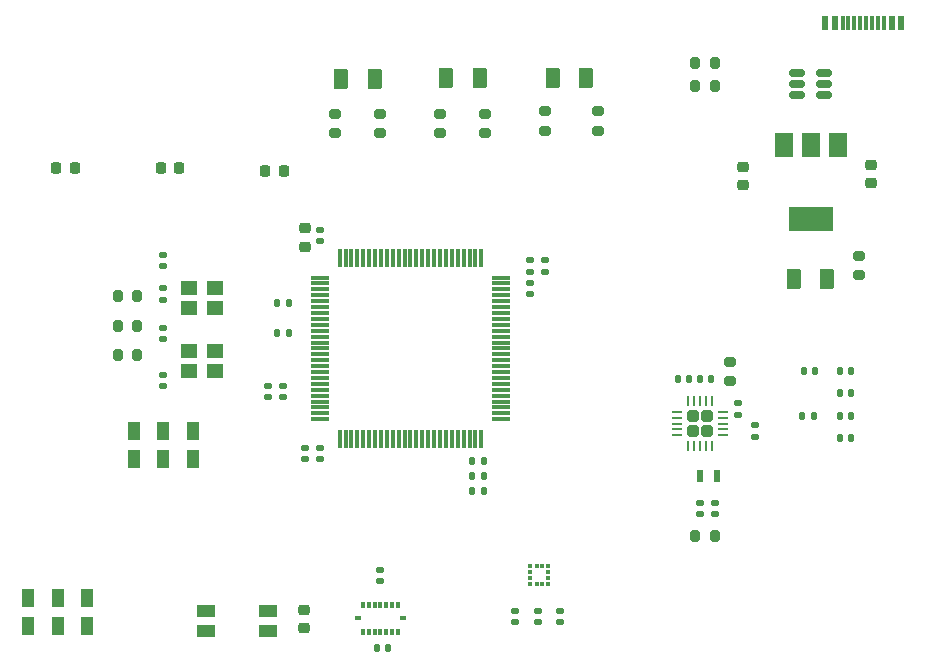
<source format=gbr>
%TF.GenerationSoftware,KiCad,Pcbnew,7.0.7*%
%TF.CreationDate,2023-09-06T20:36:42+03:00*%
%TF.ProjectId,apollo,61706f6c-6c6f-42e6-9b69-6361645f7063,rev?*%
%TF.SameCoordinates,Original*%
%TF.FileFunction,Paste,Top*%
%TF.FilePolarity,Positive*%
%FSLAX46Y46*%
G04 Gerber Fmt 4.6, Leading zero omitted, Abs format (unit mm)*
G04 Created by KiCad (PCBNEW 7.0.7) date 2023-09-06 20:36:42*
%MOMM*%
%LPD*%
G01*
G04 APERTURE LIST*
G04 Aperture macros list*
%AMRoundRect*
0 Rectangle with rounded corners*
0 $1 Rounding radius*
0 $2 $3 $4 $5 $6 $7 $8 $9 X,Y pos of 4 corners*
0 Add a 4 corners polygon primitive as box body*
4,1,4,$2,$3,$4,$5,$6,$7,$8,$9,$2,$3,0*
0 Add four circle primitives for the rounded corners*
1,1,$1+$1,$2,$3*
1,1,$1+$1,$4,$5*
1,1,$1+$1,$6,$7*
1,1,$1+$1,$8,$9*
0 Add four rect primitives between the rounded corners*
20,1,$1+$1,$2,$3,$4,$5,0*
20,1,$1+$1,$4,$5,$6,$7,0*
20,1,$1+$1,$6,$7,$8,$9,0*
20,1,$1+$1,$8,$9,$2,$3,0*%
G04 Aperture macros list end*
%ADD10RoundRect,0.140000X-0.170000X0.140000X-0.170000X-0.140000X0.170000X-0.140000X0.170000X0.140000X0*%
%ADD11RoundRect,0.200000X-0.275000X0.200000X-0.275000X-0.200000X0.275000X-0.200000X0.275000X0.200000X0*%
%ADD12RoundRect,0.225000X-0.250000X0.225000X-0.250000X-0.225000X0.250000X-0.225000X0.250000X0.225000X0*%
%ADD13RoundRect,0.140000X0.140000X0.170000X-0.140000X0.170000X-0.140000X-0.170000X0.140000X-0.170000X0*%
%ADD14R,0.600000X1.240000*%
%ADD15R,0.300000X1.240000*%
%ADD16R,0.600000X1.100000*%
%ADD17RoundRect,0.225000X-0.225000X-0.250000X0.225000X-0.250000X0.225000X0.250000X-0.225000X0.250000X0*%
%ADD18R,1.000000X1.600000*%
%ADD19RoundRect,0.200000X0.275000X-0.200000X0.275000X0.200000X-0.275000X0.200000X-0.275000X-0.200000X0*%
%ADD20RoundRect,0.140000X0.170000X-0.140000X0.170000X0.140000X-0.170000X0.140000X-0.170000X-0.140000X0*%
%ADD21RoundRect,0.075000X-0.725000X-0.075000X0.725000X-0.075000X0.725000X0.075000X-0.725000X0.075000X0*%
%ADD22RoundRect,0.075000X-0.075000X-0.725000X0.075000X-0.725000X0.075000X0.725000X-0.075000X0.725000X0*%
%ADD23RoundRect,0.140000X-0.140000X-0.170000X0.140000X-0.170000X0.140000X0.170000X-0.140000X0.170000X0*%
%ADD24RoundRect,0.250000X-0.375000X-0.625000X0.375000X-0.625000X0.375000X0.625000X-0.375000X0.625000X0*%
%ADD25RoundRect,0.147500X0.172500X-0.147500X0.172500X0.147500X-0.172500X0.147500X-0.172500X-0.147500X0*%
%ADD26R,1.400000X1.200000*%
%ADD27RoundRect,0.150000X-0.512500X-0.150000X0.512500X-0.150000X0.512500X0.150000X-0.512500X0.150000X0*%
%ADD28RoundRect,0.225000X0.250000X-0.225000X0.250000X0.225000X-0.250000X0.225000X-0.250000X-0.225000X0*%
%ADD29RoundRect,0.250000X-0.255000X-0.255000X0.255000X-0.255000X0.255000X0.255000X-0.255000X0.255000X0*%
%ADD30RoundRect,0.062500X-0.350000X-0.062500X0.350000X-0.062500X0.350000X0.062500X-0.350000X0.062500X0*%
%ADD31RoundRect,0.062500X-0.062500X-0.350000X0.062500X-0.350000X0.062500X0.350000X-0.062500X0.350000X0*%
%ADD32RoundRect,0.147500X-0.147500X-0.172500X0.147500X-0.172500X0.147500X0.172500X-0.147500X0.172500X0*%
%ADD33RoundRect,0.200000X0.200000X0.275000X-0.200000X0.275000X-0.200000X-0.275000X0.200000X-0.275000X0*%
%ADD34R,0.350000X0.590000*%
%ADD35R,0.590000X0.350000*%
%ADD36R,1.500000X2.000000*%
%ADD37R,3.800000X2.000000*%
%ADD38R,1.550000X1.000000*%
%ADD39RoundRect,0.200000X-0.200000X-0.275000X0.200000X-0.275000X0.200000X0.275000X-0.200000X0.275000X0*%
%ADD40RoundRect,0.250000X0.375000X0.625000X-0.375000X0.625000X-0.375000X-0.625000X0.375000X-0.625000X0*%
%ADD41R,0.375000X0.350000*%
%ADD42R,0.350000X0.375000*%
G04 APERTURE END LIST*
D10*
%TO.C,C30*%
X187080000Y-107032500D03*
X187080000Y-107992500D03*
%TD*%
%TO.C,C31*%
X188350000Y-107032500D03*
X188350000Y-107992500D03*
%TD*%
D11*
%TO.C,R15*%
X178435000Y-73915000D03*
X178435000Y-75565000D03*
%TD*%
D10*
%TO.C,C10*%
X141605000Y-92230000D03*
X141605000Y-93190000D03*
%TD*%
D12*
%TO.C,C13*%
X190730500Y-78600000D03*
X190730500Y-80150000D03*
%TD*%
D13*
%TO.C,C15*%
X168755000Y-106045000D03*
X167795000Y-106045000D03*
%TD*%
D14*
%TO.C,J2*%
X204090500Y-66450000D03*
X203290500Y-66450000D03*
D15*
X202640500Y-66450000D03*
X201640500Y-66450000D03*
X200140500Y-66450000D03*
X199140500Y-66450000D03*
D14*
X198490500Y-66450000D03*
X197690500Y-66450000D03*
X197690500Y-66450000D03*
X198490500Y-66450000D03*
D15*
X199640500Y-66450000D03*
X200640500Y-66450000D03*
X201140500Y-66450000D03*
X202140500Y-66450000D03*
D14*
X203290500Y-66450000D03*
X204090500Y-66450000D03*
%TD*%
D16*
%TO.C,Y3*%
X187080000Y-104817500D03*
X188480000Y-104817500D03*
%TD*%
D17*
%TO.C,C26*%
X150260000Y-78994000D03*
X151810000Y-78994000D03*
%TD*%
D18*
%TO.C,SW2*%
X144145000Y-103365000D03*
X141645000Y-103365000D03*
X139145000Y-103365000D03*
X144145000Y-100965000D03*
X141645000Y-100965000D03*
X139145000Y-100965000D03*
%TD*%
D13*
%TO.C,C33*%
X199870000Y-99695000D03*
X198910000Y-99695000D03*
%TD*%
D19*
%TO.C,R17*%
X160020000Y-75755000D03*
X160020000Y-74105000D03*
%TD*%
D11*
%TO.C,R13*%
X165100000Y-74105000D03*
X165100000Y-75755000D03*
%TD*%
D20*
%TO.C,C20*%
X160020000Y-113665000D03*
X160020000Y-112705000D03*
%TD*%
D21*
%TO.C,U1*%
X154885000Y-87980000D03*
X154885000Y-88480000D03*
X154885000Y-88980000D03*
X154885000Y-89480000D03*
X154885000Y-89980000D03*
X154885000Y-90480000D03*
X154885000Y-90980000D03*
X154885000Y-91480000D03*
X154885000Y-91980000D03*
X154885000Y-92480000D03*
X154885000Y-92980000D03*
X154885000Y-93480000D03*
X154885000Y-93980000D03*
X154885000Y-94480000D03*
X154885000Y-94980000D03*
X154885000Y-95480000D03*
X154885000Y-95980000D03*
X154885000Y-96480000D03*
X154885000Y-96980000D03*
X154885000Y-97480000D03*
X154885000Y-97980000D03*
X154885000Y-98480000D03*
X154885000Y-98980000D03*
X154885000Y-99480000D03*
X154885000Y-99980000D03*
D22*
X156560000Y-101655000D03*
X157060000Y-101655000D03*
X157560000Y-101655000D03*
X158060000Y-101655000D03*
X158560000Y-101655000D03*
X159060000Y-101655000D03*
X159560000Y-101655000D03*
X160060000Y-101655000D03*
X160560000Y-101655000D03*
X161060000Y-101655000D03*
X161560000Y-101655000D03*
X162060000Y-101655000D03*
X162560000Y-101655000D03*
X163060000Y-101655000D03*
X163560000Y-101655000D03*
X164060000Y-101655000D03*
X164560000Y-101655000D03*
X165060000Y-101655000D03*
X165560000Y-101655000D03*
X166060000Y-101655000D03*
X166560000Y-101655000D03*
X167060000Y-101655000D03*
X167560000Y-101655000D03*
X168060000Y-101655000D03*
X168560000Y-101655000D03*
D21*
X170235000Y-99980000D03*
X170235000Y-99480000D03*
X170235000Y-98980000D03*
X170235000Y-98480000D03*
X170235000Y-97980000D03*
X170235000Y-97480000D03*
X170235000Y-96980000D03*
X170235000Y-96480000D03*
X170235000Y-95980000D03*
X170235000Y-95480000D03*
X170235000Y-94980000D03*
X170235000Y-94480000D03*
X170235000Y-93980000D03*
X170235000Y-93480000D03*
X170235000Y-92980000D03*
X170235000Y-92480000D03*
X170235000Y-91980000D03*
X170235000Y-91480000D03*
X170235000Y-90980000D03*
X170235000Y-90480000D03*
X170235000Y-89980000D03*
X170235000Y-89480000D03*
X170235000Y-88980000D03*
X170235000Y-88480000D03*
X170235000Y-87980000D03*
D22*
X168560000Y-86305000D03*
X168060000Y-86305000D03*
X167560000Y-86305000D03*
X167060000Y-86305000D03*
X166560000Y-86305000D03*
X166060000Y-86305000D03*
X165560000Y-86305000D03*
X165060000Y-86305000D03*
X164560000Y-86305000D03*
X164060000Y-86305000D03*
X163560000Y-86305000D03*
X163060000Y-86305000D03*
X162560000Y-86305000D03*
X162060000Y-86305000D03*
X161560000Y-86305000D03*
X161060000Y-86305000D03*
X160560000Y-86305000D03*
X160060000Y-86305000D03*
X159560000Y-86305000D03*
X159060000Y-86305000D03*
X158560000Y-86305000D03*
X158060000Y-86305000D03*
X157560000Y-86305000D03*
X157060000Y-86305000D03*
X156560000Y-86305000D03*
%TD*%
D23*
%TO.C,C35*%
X198910000Y-97790000D03*
X199870000Y-97790000D03*
%TD*%
D20*
%TO.C,C14*%
X153670000Y-103350000D03*
X153670000Y-102390000D03*
%TD*%
D10*
%TO.C,C2*%
X172720000Y-86515000D03*
X172720000Y-87475000D03*
%TD*%
D17*
%TO.C,C25*%
X141433000Y-78740000D03*
X142983000Y-78740000D03*
%TD*%
D10*
%TO.C,33pF1*%
X141605000Y-96195000D03*
X141605000Y-97155000D03*
%TD*%
D13*
%TO.C,C34*%
X199870000Y-101600000D03*
X198910000Y-101600000D03*
%TD*%
D10*
%TO.C,C23*%
X173355000Y-116206250D03*
X173355000Y-117166250D03*
%TD*%
D11*
%TO.C,R1*%
X200560750Y-86154750D03*
X200560750Y-87804750D03*
%TD*%
D24*
%TO.C,D7*%
X156715000Y-71187000D03*
X159515000Y-71187000D03*
%TD*%
D20*
%TO.C,C1*%
X154940000Y-83960000D03*
X154940000Y-84920000D03*
%TD*%
D25*
%TO.C,L1*%
X191770000Y-101450000D03*
X191770000Y-100480000D03*
%TD*%
D13*
%TO.C,C5*%
X152245000Y-92710000D03*
X151285000Y-92710000D03*
%TD*%
D11*
%TO.C,R14*%
X173990000Y-73915000D03*
X173990000Y-75565000D03*
%TD*%
D26*
%TO.C,Y1*%
X143850000Y-90590000D03*
X146050000Y-90590000D03*
X146050000Y-88890000D03*
X143850000Y-88890000D03*
%TD*%
D27*
%TO.C,U4*%
X195308000Y-70665000D03*
X195308000Y-71615000D03*
X195308000Y-72565000D03*
X197583000Y-72565000D03*
X197583000Y-71615000D03*
X197583000Y-70665000D03*
%TD*%
D10*
%TO.C,C9*%
X141605000Y-86035000D03*
X141605000Y-86995000D03*
%TD*%
D28*
%TO.C,C12*%
X201525500Y-80010000D03*
X201525500Y-78460000D03*
%TD*%
D29*
%TO.C,U6*%
X186455000Y-99715000D03*
X186455000Y-100965000D03*
X187705000Y-99715000D03*
X187705000Y-100965000D03*
D30*
X185142500Y-99340000D03*
X185142500Y-99840000D03*
X185142500Y-100340000D03*
X185142500Y-100840000D03*
X185142500Y-101340000D03*
D31*
X186080000Y-102277500D03*
X186580000Y-102277500D03*
X187080000Y-102277500D03*
X187580000Y-102277500D03*
X188080000Y-102277500D03*
D30*
X189017500Y-101340000D03*
X189017500Y-100840000D03*
X189017500Y-100340000D03*
X189017500Y-99840000D03*
X189017500Y-99340000D03*
D31*
X188080000Y-98402500D03*
X187580000Y-98402500D03*
X187080000Y-98402500D03*
X186580000Y-98402500D03*
X186080000Y-98402500D03*
%TD*%
D32*
%TO.C,L2*%
X195730000Y-99695000D03*
X196700000Y-99695000D03*
%TD*%
D33*
%TO.C,R3*%
X188340000Y-69850000D03*
X186690000Y-69850000D03*
%TD*%
D11*
%TO.C,R16*%
X168910000Y-74105000D03*
X168910000Y-75755000D03*
%TD*%
D13*
%TO.C,C3*%
X152245000Y-90170000D03*
X151285000Y-90170000D03*
%TD*%
D20*
%TO.C,C6*%
X154940000Y-103350000D03*
X154940000Y-102390000D03*
%TD*%
D34*
%TO.C,U3*%
X161520000Y-118005000D03*
X161020000Y-118005000D03*
X160520000Y-118005000D03*
X160020000Y-118005000D03*
X159520000Y-118005000D03*
X159020000Y-118005000D03*
X158520000Y-118005000D03*
D35*
X158105000Y-116840000D03*
D34*
X158520000Y-115675000D03*
X159020000Y-115675000D03*
X159520000Y-115675000D03*
X160020000Y-115675000D03*
X160520000Y-115675000D03*
X161020000Y-115675000D03*
X161520000Y-115675000D03*
D35*
X161935000Y-116840000D03*
%TD*%
D13*
%TO.C,C7*%
X168755000Y-104775000D03*
X167795000Y-104775000D03*
%TD*%
D11*
%TO.C,R12*%
X156210000Y-74105000D03*
X156210000Y-75755000D03*
%TD*%
D36*
%TO.C,U2*%
X198745500Y-76720000D03*
X196445500Y-76720000D03*
D37*
X196445500Y-83020000D03*
D36*
X194145500Y-76720000D03*
%TD*%
D28*
%TO.C,C11*%
X153585000Y-117690000D03*
X153585000Y-116140000D03*
%TD*%
D38*
%TO.C,SW1*%
X145245000Y-116205000D03*
X150495000Y-116205000D03*
X145245000Y-117905000D03*
X150495000Y-117905000D03*
%TD*%
D23*
%TO.C,C32*%
X198910000Y-95885000D03*
X199870000Y-95885000D03*
%TD*%
D24*
%TO.C,D5*%
X174625000Y-71120000D03*
X177425000Y-71120000D03*
%TD*%
D10*
%TO.C,C17*%
X172720000Y-88420000D03*
X172720000Y-89380000D03*
%TD*%
%TO.C,C36*%
X175260000Y-116206250D03*
X175260000Y-117166250D03*
%TD*%
D20*
%TO.C,C22*%
X171450000Y-117166250D03*
X171450000Y-116206250D03*
%TD*%
D39*
%TO.C,R5*%
X137795000Y-92045000D03*
X139445000Y-92045000D03*
%TD*%
%TO.C,R10*%
X186690000Y-109855000D03*
X188340000Y-109855000D03*
%TD*%
D13*
%TO.C,C21*%
X160655000Y-119380000D03*
X159695000Y-119380000D03*
%TD*%
D40*
%TO.C,D1*%
X197845500Y-88125000D03*
X195045500Y-88125000D03*
%TD*%
D20*
%TO.C,33pF2*%
X141605000Y-89860000D03*
X141605000Y-88900000D03*
%TD*%
D24*
%TO.C,D6*%
X165605000Y-71120000D03*
X168405000Y-71120000D03*
%TD*%
D28*
%TO.C,C8*%
X153670000Y-83820000D03*
X153670000Y-85370000D03*
%TD*%
D10*
%TO.C,C4*%
X173990000Y-86515000D03*
X173990000Y-87475000D03*
%TD*%
D33*
%TO.C,R2*%
X188340000Y-71755000D03*
X186690000Y-71755000D03*
%TD*%
D32*
%TO.C,L3*%
X195880000Y-95885000D03*
X196850000Y-95885000D03*
%TD*%
D19*
%TO.C,R11*%
X189620000Y-95102500D03*
X189620000Y-96752500D03*
%TD*%
D39*
%TO.C,R6*%
X137795000Y-94555000D03*
X139445000Y-94555000D03*
%TD*%
D13*
%TO.C,C28*%
X186135000Y-96562500D03*
X185175000Y-96562500D03*
%TD*%
D10*
%TO.C,C27*%
X190255000Y-99582500D03*
X190255000Y-98622500D03*
%TD*%
D20*
%TO.C,C18*%
X151765000Y-98115000D03*
X151765000Y-97155000D03*
%TD*%
D13*
%TO.C,C16*%
X168755000Y-103505000D03*
X167795000Y-103505000D03*
%TD*%
D10*
%TO.C,C19*%
X150495000Y-97155000D03*
X150495000Y-98115000D03*
%TD*%
D18*
%TO.C,SW3*%
X130175000Y-115075000D03*
X132675000Y-115075000D03*
X135175000Y-115075000D03*
X130175000Y-117475000D03*
X132675000Y-117475000D03*
X135175000Y-117475000D03*
%TD*%
D41*
%TO.C,U5*%
X172720000Y-112408750D03*
X172720000Y-112908750D03*
X172720000Y-113408750D03*
X172720000Y-113908750D03*
D42*
X173232500Y-113921250D03*
X173732500Y-113921250D03*
D41*
X174245000Y-113908750D03*
X174245000Y-113408750D03*
X174245000Y-112908750D03*
X174245000Y-112408750D03*
D42*
X173732500Y-112396250D03*
X173232500Y-112396250D03*
%TD*%
D23*
%TO.C,C29*%
X187080000Y-96562500D03*
X188040000Y-96562500D03*
%TD*%
D17*
%TO.C,C24*%
X132575000Y-78740000D03*
X134125000Y-78740000D03*
%TD*%
D39*
%TO.C,R4*%
X137795000Y-89535000D03*
X139445000Y-89535000D03*
%TD*%
D26*
%TO.C,Y2*%
X143850000Y-95885000D03*
X146050000Y-95885000D03*
X146050000Y-94185000D03*
X143850000Y-94185000D03*
%TD*%
M02*

</source>
